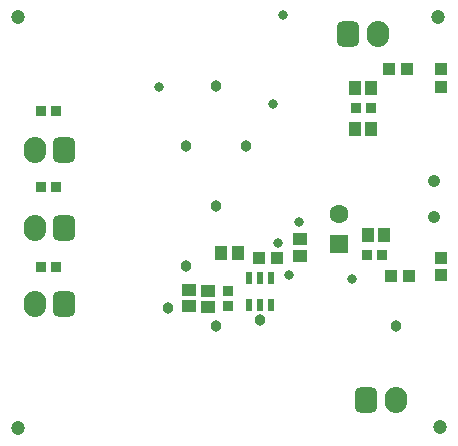
<source format=gbs>
G04*
G04 #@! TF.GenerationSoftware,Altium Limited,Altium Designer,22.9.1 (49)*
G04*
G04 Layer_Color=16711935*
%FSLAX44Y44*%
%MOMM*%
G71*
G04*
G04 #@! TF.SameCoordinates,C8543A43-BB23-4CB5-9DBE-1C6E9BA76EC2*
G04*
G04*
G04 #@! TF.FilePolarity,Negative*
G04*
G01*
G75*
%ADD35R,1.1524X1.0524*%
%ADD37R,1.0524X1.1524*%
%ADD41R,1.0032X1.0032*%
%ADD43R,1.1032X1.2532*%
%ADD45R,1.0532X1.0532*%
%ADD46C,1.2032*%
G04:AMPARAMS|DCode=47|XSize=1.9032mm|YSize=2.2032mm|CornerRadius=0.5266mm|HoleSize=0mm|Usage=FLASHONLY|Rotation=0.000|XOffset=0mm|YOffset=0mm|HoleType=Round|Shape=RoundedRectangle|*
%AMROUNDEDRECTD47*
21,1,1.9032,1.1500,0,0,0.0*
21,1,0.8500,2.2032,0,0,0.0*
1,1,1.0532,0.4250,-0.5750*
1,1,1.0532,-0.4250,-0.5750*
1,1,1.0532,-0.4250,0.5750*
1,1,1.0532,0.4250,0.5750*
%
%ADD47ROUNDEDRECTD47*%
%ADD48O,1.9032X2.2032*%
%ADD49C,1.6032*%
%ADD50R,1.6032X1.6032*%
%ADD51C,1.0532*%
%ADD52C,0.9652*%
%ADD53C,0.8032*%
%ADD65R,0.8552X0.8121*%
%ADD66R,0.8121X0.8552*%
%ADD70R,0.5532X1.0532*%
%ADD71R,1.2532X1.1032*%
D35*
X175000Y117000D02*
D03*
Y130500D02*
D03*
X158500Y117750D02*
D03*
Y131250D02*
D03*
D37*
X299250Y267500D02*
D03*
X312750D02*
D03*
X310000Y177750D02*
D03*
X323500D02*
D03*
X299000Y302250D02*
D03*
X312500D02*
D03*
D41*
X371750Y303250D02*
D03*
Y318250D02*
D03*
X372500Y143500D02*
D03*
Y158500D02*
D03*
D43*
X200250Y162000D02*
D03*
X186250D02*
D03*
D45*
X345000Y143250D02*
D03*
X329500D02*
D03*
X217750Y158250D02*
D03*
X233250D02*
D03*
X328250Y317750D02*
D03*
X343750D02*
D03*
D46*
X14000Y362000D02*
D03*
X370000D02*
D03*
X371000Y15000D02*
D03*
X14000Y14000D02*
D03*
D47*
X293750Y347750D02*
D03*
X309000Y38000D02*
D03*
X53000Y119000D02*
D03*
Y183750D02*
D03*
Y249500D02*
D03*
D48*
X318750Y347750D02*
D03*
X334000Y38000D02*
D03*
X28000Y119000D02*
D03*
Y183750D02*
D03*
Y249500D02*
D03*
D49*
X285500Y195650D02*
D03*
D50*
Y170250D02*
D03*
D51*
X366500Y223250D02*
D03*
Y193250D02*
D03*
D52*
X334000Y100800D02*
D03*
X207000Y253200D02*
D03*
X181600Y304000D02*
D03*
X156200Y253200D02*
D03*
X181600Y202400D02*
D03*
X156200Y151600D02*
D03*
X181600Y100800D02*
D03*
X141000Y116000D02*
D03*
X219000Y105250D02*
D03*
D53*
X229750Y288750D02*
D03*
X243092Y143380D02*
D03*
X238750Y363500D02*
D03*
X133750Y303250D02*
D03*
X251500Y188840D02*
D03*
X233750Y171000D02*
D03*
X297005Y140750D02*
D03*
D65*
X322005Y160500D02*
D03*
X309495D02*
D03*
X33740Y283000D02*
D03*
X46250D02*
D03*
X33740Y218250D02*
D03*
X46250D02*
D03*
X33740Y150500D02*
D03*
X46250D02*
D03*
X312760Y285250D02*
D03*
X300250D02*
D03*
D66*
X191500Y130005D02*
D03*
Y117495D02*
D03*
D70*
X228500Y141000D02*
D03*
X219000D02*
D03*
X209500D02*
D03*
Y118500D02*
D03*
X219000D02*
D03*
X228500D02*
D03*
D71*
X252500Y174000D02*
D03*
Y160000D02*
D03*
M02*

</source>
